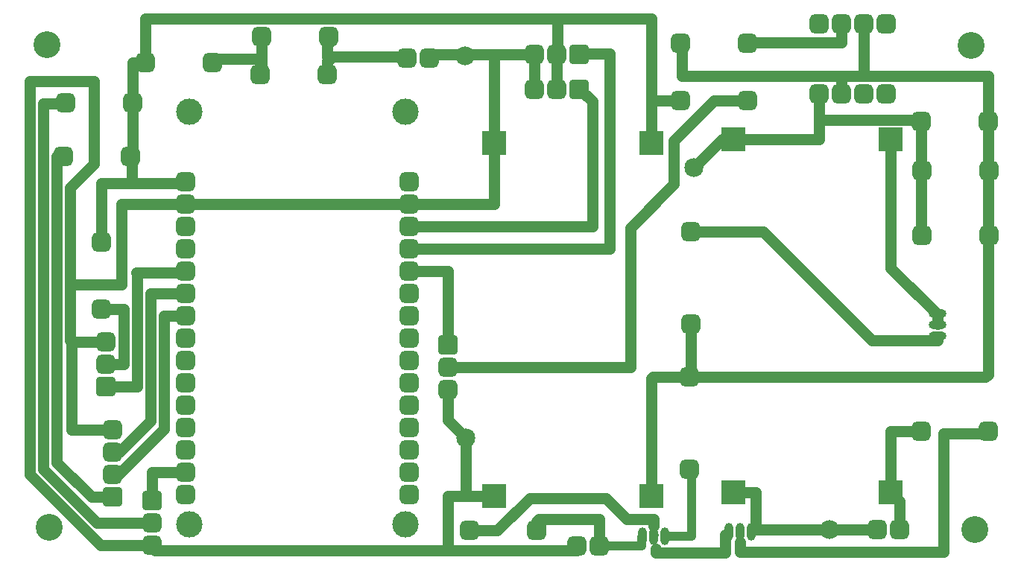
<source format=gbl>
G04 Layer_Physical_Order=2*
G04 Layer_Color=16711680*
%FSLAX25Y25*%
%MOIN*%
G70*
G01*
G75*
%ADD10C,0.05000*%
%ADD11C,0.03000*%
%ADD12C,0.04000*%
G04:AMPARAMS|DCode=13|XSize=85mil|YSize=85mil|CornerRadius=21.25mil|HoleSize=0mil|Usage=FLASHONLY|Rotation=180.000|XOffset=0mil|YOffset=0mil|HoleType=Round|Shape=RoundedRectangle|*
%AMROUNDEDRECTD13*
21,1,0.08500,0.04250,0,0,180.0*
21,1,0.04250,0.08500,0,0,180.0*
1,1,0.04250,-0.02125,0.02125*
1,1,0.04250,0.02125,0.02125*
1,1,0.04250,0.02125,-0.02125*
1,1,0.04250,-0.02125,-0.02125*
%
%ADD13ROUNDEDRECTD13*%
G04:AMPARAMS|DCode=14|XSize=85mil|YSize=85mil|CornerRadius=10.63mil|HoleSize=0mil|Usage=FLASHONLY|Rotation=180.000|XOffset=0mil|YOffset=0mil|HoleType=Round|Shape=RoundedRectangle|*
%AMROUNDEDRECTD14*
21,1,0.08500,0.06375,0,0,180.0*
21,1,0.06375,0.08500,0,0,180.0*
1,1,0.02125,-0.03188,0.03188*
1,1,0.02125,0.03188,0.03188*
1,1,0.02125,0.03188,-0.03188*
1,1,0.02125,-0.03188,-0.03188*
%
%ADD14ROUNDEDRECTD14*%
G04:AMPARAMS|DCode=15|XSize=85mil|YSize=85mil|CornerRadius=10.63mil|HoleSize=0mil|Usage=FLASHONLY|Rotation=90.000|XOffset=0mil|YOffset=0mil|HoleType=Round|Shape=RoundedRectangle|*
%AMROUNDEDRECTD15*
21,1,0.08500,0.06375,0,0,90.0*
21,1,0.06375,0.08500,0,0,90.0*
1,1,0.02125,0.03188,0.03188*
1,1,0.02125,0.03188,-0.03188*
1,1,0.02125,-0.03188,-0.03188*
1,1,0.02125,-0.03188,0.03188*
%
%ADD15ROUNDEDRECTD15*%
G04:AMPARAMS|DCode=16|XSize=85mil|YSize=85mil|CornerRadius=21.25mil|HoleSize=0mil|Usage=FLASHONLY|Rotation=90.000|XOffset=0mil|YOffset=0mil|HoleType=Round|Shape=RoundedRectangle|*
%AMROUNDEDRECTD16*
21,1,0.08500,0.04250,0,0,90.0*
21,1,0.04250,0.08500,0,0,90.0*
1,1,0.04250,0.02125,0.02125*
1,1,0.04250,0.02125,-0.02125*
1,1,0.04250,-0.02125,-0.02125*
1,1,0.04250,-0.02125,0.02125*
%
%ADD16ROUNDEDRECTD16*%
%ADD17C,0.11811*%
%ADD18O,0.03937X0.07874*%
%ADD19O,0.03937X0.07874*%
%ADD20R,0.10630X0.10630*%
%ADD21C,0.12000*%
%ADD22O,0.07874X0.03937*%
%ADD23O,0.07874X0.03937*%
%ADD24C,0.08500*%
D10*
X58500Y63000D02*
X44500Y49000D01*
X58500Y63000D02*
Y120083D01*
X44500Y49000D02*
X41500D01*
X44000Y39000D02*
X41500D01*
X64500Y59500D02*
X44000Y39000D01*
X64500Y59500D02*
Y110083D01*
X191500Y5000D02*
Y29500D01*
X249000Y5000D02*
X191500D01*
X249000D02*
Y7000D01*
X191500Y5205D02*
X60295D01*
X59000Y6500D01*
Y7500D01*
X36000D02*
X4500Y39000D01*
X59000Y7500D02*
X36000D01*
X74000Y40083D02*
X59000D01*
X74000Y120083D02*
X58500D01*
X34485Y17500D02*
X10500Y41485D01*
X59000Y17500D02*
X34485D01*
X59000Y27500D02*
Y40083D01*
X74000Y110083D02*
X64500D01*
X23000Y59000D02*
Y98500D01*
X41500Y59000D02*
X23000D01*
X16500Y44500D02*
Y181500D01*
X41500Y29000D02*
X32000D01*
X16500Y44500D01*
X52500Y78500D02*
X38500D01*
X52500D02*
Y129000D01*
X46500Y113000D02*
X36500D01*
X46500Y88500D02*
Y113000D01*
Y88500D02*
X38500D01*
X52500Y129000D02*
X52000Y129500D01*
X22500Y99000D02*
Y124000D01*
X23000Y98500D02*
X22500Y99000D01*
X38500Y98500D02*
X23000D01*
X36500Y143000D02*
Y169500D01*
X73417D02*
X36500D01*
X74000Y160083D02*
X45500D01*
Y124000D02*
Y160083D01*
Y124000D02*
X22500D01*
X10500Y41485D02*
Y205000D01*
X273000Y87000D02*
X191500D01*
X273000D02*
Y149500D01*
X199500Y55500D02*
X191500Y63500D01*
Y77000D01*
X230000Y227000D02*
X199500D01*
X199000Y226500D01*
X198500Y227000D01*
X184500D02*
X183000Y225500D01*
X198500Y227000D02*
X184500D01*
X230000Y211500D02*
Y227000D01*
X240000Y211500D02*
Y227000D01*
X240500Y243000D02*
X56000D01*
X244500D02*
X240500D01*
Y227500D02*
X240000Y227000D01*
X240500Y227500D02*
Y243000D01*
X251000Y227500D02*
X250000Y226500D01*
X263750Y227500D02*
X251000D01*
X263750Y140083D02*
Y227500D01*
X4500Y39000D02*
Y215000D01*
X282500Y243000D02*
X245031D01*
X256000Y150083D02*
Y205968D01*
X250468Y211500D01*
X284563Y4000D02*
Y5735D01*
X315500Y4000D02*
X284563D01*
X315500D02*
Y12000D01*
X262000Y28500D02*
X228000D01*
X271563Y18937D02*
X262000Y28500D01*
X283437Y18937D02*
X271563D01*
X259000Y19000D02*
X232000D01*
X259000Y7000D02*
Y19000D01*
X232000D02*
X231000Y18000D01*
X174000Y160083D02*
X74000D01*
X212000D02*
Y187500D01*
Y160083D02*
X174000D01*
X191500Y97000D02*
Y130083D01*
X174000D01*
X212000Y29500D02*
X200500D01*
X191500D01*
X403000Y146000D02*
Y197000D01*
X33000Y215000D02*
X4500D01*
X199500Y30500D02*
Y55500D01*
X200500Y29500D02*
X199500Y30500D01*
X212000Y187500D02*
Y226000D01*
X357500Y189000D02*
X319000D01*
X403000Y197000D02*
Y197815D01*
X357500D01*
Y189000D02*
Y209370D01*
X282500Y187500D02*
Y243000D01*
X295500Y206500D02*
X282500D01*
Y187500D02*
Y206500D01*
X325500D02*
X310540D01*
X292500Y188460D01*
Y169000D02*
Y188460D01*
Y169000D02*
X273000Y149500D01*
X394000Y14000D02*
X393500Y14500D01*
X213500Y14000D02*
X201000D01*
X228000Y28500D02*
X213500Y14000D01*
X74000Y130083D02*
X71795D01*
X322000Y4500D02*
Y8798D01*
X383500Y14500D02*
X329000D01*
X263750Y140083D02*
X174000D01*
X256000Y150083D02*
X174000D01*
X329000Y14500D02*
Y31000D01*
X319000D01*
X367500Y217500D02*
X296000D01*
X377500D02*
X367500D01*
Y209370D02*
Y217500D01*
X20500Y205000D02*
X10500D01*
X413000Y4500D02*
X322000D01*
X389500Y131500D02*
Y189000D01*
X109500Y233500D02*
X108000Y235000D01*
X137500Y218000D02*
Y224000D01*
X139000Y225500D02*
X137500Y224000D01*
X173000Y225500D02*
X172500Y226000D01*
X137500D01*
Y231500D01*
X138500Y232500D02*
X137500Y231500D01*
X108000Y218500D02*
X107500Y218000D01*
X108000Y225000D02*
X87500D01*
X86000Y223500D01*
X108000Y218500D02*
Y225000D01*
Y235000D01*
X231000Y14000D02*
Y18000D01*
X71795Y130083D02*
X71212Y129500D01*
X52000D01*
X74000Y170083D02*
X73417Y169500D01*
X33000Y178000D02*
Y215000D01*
X19500Y181500D02*
X16500D01*
X22500Y124000D02*
Y167500D01*
X33000Y178000D02*
X22500Y167500D01*
X283500Y18874D02*
X283437Y18937D01*
X283500Y16202D02*
Y18874D01*
X56000Y223500D02*
Y243000D01*
Y223500D02*
X50500D01*
X50000Y170500D02*
Y181500D01*
X50500Y205500D02*
Y223500D01*
Y182500D02*
X49500Y181500D01*
X50500Y182500D02*
Y205500D01*
X367500Y232500D02*
Y240630D01*
Y232500D02*
X325500D01*
X296000Y217500D02*
Y231500D01*
X295500Y232000D01*
X432500Y57500D02*
X413000D01*
Y4500D02*
Y57500D01*
X403000Y58500D02*
X389500D01*
Y31000D02*
Y58500D01*
X393500Y14500D02*
Y27000D01*
X389500Y31000D01*
X433000Y197000D02*
Y217500D01*
X377500D01*
Y240630D01*
X381000Y99000D02*
X332410Y147591D01*
X300000D01*
X282500Y29500D02*
Y82000D01*
X299500Y82591D02*
X283090D01*
X282500Y82000D01*
X300000Y83091D02*
Y106409D01*
Y83091D02*
X299500Y82591D01*
X431910D02*
X299500D01*
X433000Y83681D02*
X431910Y82591D01*
X433000Y83681D02*
Y197000D01*
X410000Y111000D02*
X389500Y131500D01*
X410500Y106468D02*
Y111000D01*
X410000D01*
X410500Y99000D02*
X381000D01*
X319000Y189000D02*
X314000D01*
X301500Y176500D01*
D11*
X284000Y12000D02*
X283500Y11500D01*
D12*
X278000Y7000D02*
X259000D01*
X278000D02*
Y11000D01*
X278500Y11500D02*
X278000Y11000D01*
X300500Y11500D02*
X288500D01*
X300500D02*
Y40409D01*
X299500Y41409D01*
D13*
X230000Y211500D02*
D03*
X240000D02*
D03*
X230000Y227000D02*
D03*
X240000D02*
D03*
X259000Y7000D02*
D03*
X249000D02*
D03*
X393500Y14500D02*
D03*
X383500D02*
D03*
X56000Y223500D02*
D03*
X86000D02*
D03*
X107500Y218000D02*
D03*
X137500D02*
D03*
X183000Y225500D02*
D03*
X173000D02*
D03*
X108000Y235000D02*
D03*
X138000D02*
D03*
X74000Y30083D02*
D03*
Y40083D02*
D03*
Y50083D02*
D03*
Y60083D02*
D03*
Y70083D02*
D03*
Y80083D02*
D03*
Y90083D02*
D03*
Y100083D02*
D03*
Y110083D02*
D03*
Y120083D02*
D03*
Y130083D02*
D03*
Y140083D02*
D03*
Y150083D02*
D03*
Y160083D02*
D03*
Y170083D02*
D03*
X174000Y30083D02*
D03*
Y40083D02*
D03*
Y50083D02*
D03*
Y60083D02*
D03*
Y70083D02*
D03*
Y80083D02*
D03*
Y90083D02*
D03*
Y100083D02*
D03*
Y110083D02*
D03*
Y120083D02*
D03*
Y130083D02*
D03*
Y140083D02*
D03*
Y150083D02*
D03*
Y160083D02*
D03*
Y170083D02*
D03*
X50500Y205500D02*
D03*
X20500D02*
D03*
X295500Y206500D02*
D03*
X325500D02*
D03*
X49500Y181500D02*
D03*
X19500D02*
D03*
X403500Y146000D02*
D03*
X433500D02*
D03*
X403500Y175000D02*
D03*
X433500D02*
D03*
X201000Y14000D02*
D03*
X231000D02*
D03*
X403000Y197000D02*
D03*
X433000D02*
D03*
X325500Y232000D02*
D03*
X295500D02*
D03*
X433000Y58500D02*
D03*
X403000D02*
D03*
D14*
X250000Y211500D02*
D03*
Y227000D02*
D03*
D15*
X41500Y29000D02*
D03*
X59000Y27500D02*
D03*
X191500Y97000D02*
D03*
X38500Y78500D02*
D03*
D16*
X41500Y39000D02*
D03*
Y49000D02*
D03*
Y59000D02*
D03*
X59000Y7500D02*
D03*
Y17500D02*
D03*
X191500Y77000D02*
D03*
Y87000D02*
D03*
X38500Y98500D02*
D03*
Y88500D02*
D03*
X387500Y240630D02*
D03*
X377500D02*
D03*
X367500D02*
D03*
X357500D02*
D03*
Y209370D02*
D03*
X367500D02*
D03*
X377500D02*
D03*
X387500D02*
D03*
X299500Y82591D02*
D03*
Y41409D02*
D03*
X300000Y106409D02*
D03*
Y147591D02*
D03*
X36500Y143000D02*
D03*
Y113000D02*
D03*
D17*
X172346Y201421D02*
D03*
X75850D02*
D03*
Y16579D02*
D03*
X172346D02*
D03*
D18*
X327000Y13500D02*
D03*
X317000D02*
D03*
X288500Y11500D02*
D03*
X278500D02*
D03*
D19*
X322000Y13500D02*
D03*
X283500Y11500D02*
D03*
D20*
X282500Y187500D02*
D03*
X212000D02*
D03*
X282500Y29500D02*
D03*
X212000D02*
D03*
X389500Y189000D02*
D03*
X319000D02*
D03*
X389500Y31000D02*
D03*
X319000D02*
D03*
D21*
X425500Y231000D02*
D03*
X427000Y14500D02*
D03*
X13000Y15500D02*
D03*
X12000Y231500D02*
D03*
D22*
X410500Y101000D02*
D03*
Y111000D02*
D03*
D23*
Y106000D02*
D03*
D24*
X199000Y226500D02*
D03*
X199500Y55500D02*
D03*
X362000Y14500D02*
D03*
X301500Y176500D02*
D03*
M02*

</source>
